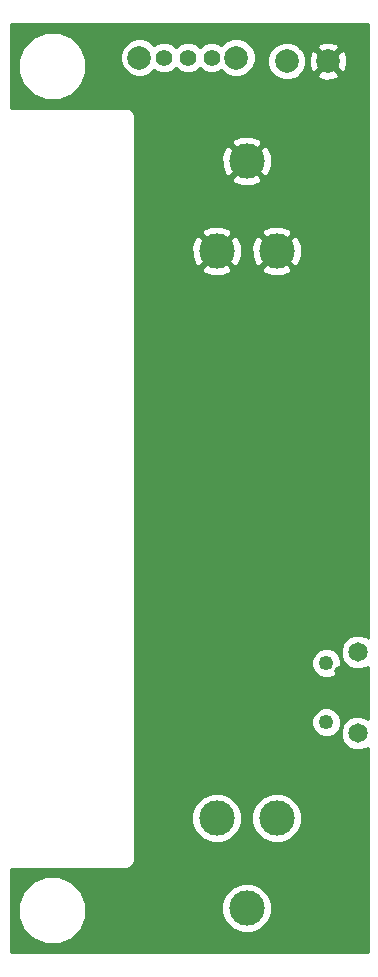
<source format=gbl>
G04 #@! TF.GenerationSoftware,KiCad,Pcbnew,(2017-01-24 revision 0b6147e)-makepkg*
G04 #@! TF.CreationDate,2017-06-20T06:20:51-07:00*
G04 #@! TF.ProjectId,SolderSniffer9000,536F6C646572536E6966666572393030,rev?*
G04 #@! TF.FileFunction,Copper,L2,Bot,Signal*
G04 #@! TF.FilePolarity,Positive*
%FSLAX46Y46*%
G04 Gerber Fmt 4.6, Leading zero omitted, Abs format (unit mm)*
G04 Created by KiCad (PCBNEW (2017-01-24 revision 0b6147e)-makepkg) date 06/20/17 06:20:51*
%MOMM*%
%LPD*%
G01*
G04 APERTURE LIST*
%ADD10C,0.100000*%
%ADD11C,3.000000*%
%ADD12C,2.000000*%
%ADD13C,1.400000*%
%ADD14C,1.650000*%
%ADD15C,1.250000*%
%ADD16C,0.800000*%
%ADD17C,0.254000*%
G04 APERTURE END LIST*
D10*
D11*
X156100000Y-110100000D03*
X151020000Y-110100000D03*
X153560000Y-117720000D03*
X156100000Y-62100000D03*
X151020000Y-62100000D03*
X153560000Y-54480000D03*
D12*
X156950000Y-46024000D03*
X160450000Y-46024000D03*
X152690000Y-45720000D03*
X144490000Y-45720000D03*
D13*
X148590000Y-45720000D03*
X150590000Y-45720000D03*
X146590000Y-45720000D03*
D14*
X162980000Y-102920000D03*
X162980000Y-96060000D03*
D15*
X160310000Y-96992060D03*
X160310000Y-101992060D03*
D16*
X152500000Y-77900000D03*
X153900000Y-77200000D03*
X160300000Y-79900000D03*
X156600000Y-77866000D03*
X155800000Y-83000000D03*
X153600000Y-83000000D03*
X149900000Y-92600000D03*
X149100000Y-98100000D03*
X148800000Y-100800000D03*
X161400000Y-97700000D03*
X156700000Y-98500000D03*
X155900000Y-103800000D03*
D17*
G36*
X163820000Y-94834912D02*
X163808103Y-94822994D01*
X163271686Y-94600254D01*
X162690862Y-94599747D01*
X162154057Y-94821551D01*
X161742994Y-95231897D01*
X161520254Y-95768314D01*
X161519747Y-96349138D01*
X161741551Y-96885943D01*
X162151897Y-97297006D01*
X162688314Y-97519746D01*
X163269138Y-97520253D01*
X163805943Y-97298449D01*
X163820000Y-97284417D01*
X163820000Y-101694912D01*
X163808103Y-101682994D01*
X163271686Y-101460254D01*
X162690862Y-101459747D01*
X162154057Y-101681551D01*
X161742994Y-102091897D01*
X161520254Y-102628314D01*
X161519747Y-103209138D01*
X161741551Y-103745943D01*
X162151897Y-104157006D01*
X162688314Y-104379746D01*
X163269138Y-104380253D01*
X163805943Y-104158449D01*
X163820000Y-104144417D01*
X163820000Y-121470000D01*
X133570000Y-121470000D01*
X133570000Y-118501344D01*
X134224501Y-118501344D01*
X134662790Y-119562086D01*
X135473645Y-120374357D01*
X136533620Y-120814498D01*
X137681344Y-120815499D01*
X138742086Y-120377210D01*
X139554357Y-119566355D01*
X139994498Y-118506380D01*
X139994815Y-118142815D01*
X151424630Y-118142815D01*
X151748980Y-118927800D01*
X152349041Y-119528909D01*
X153133459Y-119854628D01*
X153982815Y-119855370D01*
X154767800Y-119531020D01*
X155368909Y-118930959D01*
X155694628Y-118146541D01*
X155695370Y-117297185D01*
X155371020Y-116512200D01*
X154770959Y-115911091D01*
X153986541Y-115585372D01*
X153137185Y-115584630D01*
X152352200Y-115908980D01*
X151751091Y-116509041D01*
X151425372Y-117293459D01*
X151424630Y-118142815D01*
X139994815Y-118142815D01*
X139995499Y-117358656D01*
X139557210Y-116297914D01*
X138746355Y-115485643D01*
X137686380Y-115045502D01*
X136538656Y-115044501D01*
X135477914Y-115482790D01*
X134665643Y-116293645D01*
X134225502Y-117353620D01*
X134224501Y-118501344D01*
X133570000Y-118501344D01*
X133570000Y-114390000D01*
X143360000Y-114390000D01*
X143631705Y-114335954D01*
X143862046Y-114182046D01*
X144015954Y-113951705D01*
X144070000Y-113680000D01*
X144070000Y-110522815D01*
X148884630Y-110522815D01*
X149208980Y-111307800D01*
X149809041Y-111908909D01*
X150593459Y-112234628D01*
X151442815Y-112235370D01*
X152227800Y-111911020D01*
X152828909Y-111310959D01*
X153154628Y-110526541D01*
X153154631Y-110522815D01*
X153964630Y-110522815D01*
X154288980Y-111307800D01*
X154889041Y-111908909D01*
X155673459Y-112234628D01*
X156522815Y-112235370D01*
X157307800Y-111911020D01*
X157908909Y-111310959D01*
X158234628Y-110526541D01*
X158235370Y-109677185D01*
X157911020Y-108892200D01*
X157310959Y-108291091D01*
X156526541Y-107965372D01*
X155677185Y-107964630D01*
X154892200Y-108288980D01*
X154291091Y-108889041D01*
X153965372Y-109673459D01*
X153964630Y-110522815D01*
X153154631Y-110522815D01*
X153155370Y-109677185D01*
X152831020Y-108892200D01*
X152230959Y-108291091D01*
X151446541Y-107965372D01*
X150597185Y-107964630D01*
X149812200Y-108288980D01*
X149211091Y-108889041D01*
X148885372Y-109673459D01*
X148884630Y-110522815D01*
X144070000Y-110522815D01*
X144070000Y-102241590D01*
X159049782Y-102241590D01*
X159241201Y-102704860D01*
X159595335Y-103059613D01*
X160058271Y-103251841D01*
X160559530Y-103252278D01*
X161022800Y-103060859D01*
X161377553Y-102706725D01*
X161569781Y-102243789D01*
X161570218Y-101742530D01*
X161378799Y-101279260D01*
X161024665Y-100924507D01*
X160561729Y-100732279D01*
X160060470Y-100731842D01*
X159597200Y-100923261D01*
X159242447Y-101277395D01*
X159050219Y-101740331D01*
X159049782Y-102241590D01*
X144070000Y-102241590D01*
X144070000Y-97241590D01*
X159049782Y-97241590D01*
X159241201Y-97704860D01*
X159595335Y-98059613D01*
X160058271Y-98251841D01*
X160559530Y-98252278D01*
X161022800Y-98060859D01*
X161377553Y-97706725D01*
X161569781Y-97243789D01*
X161570218Y-96742530D01*
X161378799Y-96279260D01*
X161024665Y-95924507D01*
X160561729Y-95732279D01*
X160060470Y-95731842D01*
X159597200Y-95923261D01*
X159242447Y-96277395D01*
X159050219Y-96740331D01*
X159049782Y-97241590D01*
X144070000Y-97241590D01*
X144070000Y-63613970D01*
X149685635Y-63613970D01*
X149845418Y-63932739D01*
X150636187Y-64242723D01*
X151485387Y-64226497D01*
X152194582Y-63932739D01*
X152354365Y-63613970D01*
X154765635Y-63613970D01*
X154925418Y-63932739D01*
X155716187Y-64242723D01*
X156565387Y-64226497D01*
X157274582Y-63932739D01*
X157434365Y-63613970D01*
X156100000Y-62279605D01*
X154765635Y-63613970D01*
X152354365Y-63613970D01*
X151020000Y-62279605D01*
X149685635Y-63613970D01*
X144070000Y-63613970D01*
X144070000Y-61716187D01*
X148877277Y-61716187D01*
X148893503Y-62565387D01*
X149187261Y-63274582D01*
X149506030Y-63434365D01*
X150840395Y-62100000D01*
X151199605Y-62100000D01*
X152533970Y-63434365D01*
X152852739Y-63274582D01*
X153162723Y-62483813D01*
X153148056Y-61716187D01*
X153957277Y-61716187D01*
X153973503Y-62565387D01*
X154267261Y-63274582D01*
X154586030Y-63434365D01*
X155920395Y-62100000D01*
X156279605Y-62100000D01*
X157613970Y-63434365D01*
X157932739Y-63274582D01*
X158242723Y-62483813D01*
X158226497Y-61634613D01*
X157932739Y-60925418D01*
X157613970Y-60765635D01*
X156279605Y-62100000D01*
X155920395Y-62100000D01*
X154586030Y-60765635D01*
X154267261Y-60925418D01*
X153957277Y-61716187D01*
X153148056Y-61716187D01*
X153146497Y-61634613D01*
X152852739Y-60925418D01*
X152533970Y-60765635D01*
X151199605Y-62100000D01*
X150840395Y-62100000D01*
X149506030Y-60765635D01*
X149187261Y-60925418D01*
X148877277Y-61716187D01*
X144070000Y-61716187D01*
X144070000Y-60586030D01*
X149685635Y-60586030D01*
X151020000Y-61920395D01*
X152354365Y-60586030D01*
X154765635Y-60586030D01*
X156100000Y-61920395D01*
X157434365Y-60586030D01*
X157274582Y-60267261D01*
X156483813Y-59957277D01*
X155634613Y-59973503D01*
X154925418Y-60267261D01*
X154765635Y-60586030D01*
X152354365Y-60586030D01*
X152194582Y-60267261D01*
X151403813Y-59957277D01*
X150554613Y-59973503D01*
X149845418Y-60267261D01*
X149685635Y-60586030D01*
X144070000Y-60586030D01*
X144070000Y-55993970D01*
X152225635Y-55993970D01*
X152385418Y-56312739D01*
X153176187Y-56622723D01*
X154025387Y-56606497D01*
X154734582Y-56312739D01*
X154894365Y-55993970D01*
X153560000Y-54659605D01*
X152225635Y-55993970D01*
X144070000Y-55993970D01*
X144070000Y-54096187D01*
X151417277Y-54096187D01*
X151433503Y-54945387D01*
X151727261Y-55654582D01*
X152046030Y-55814365D01*
X153380395Y-54480000D01*
X153739605Y-54480000D01*
X155073970Y-55814365D01*
X155392739Y-55654582D01*
X155702723Y-54863813D01*
X155686497Y-54014613D01*
X155392739Y-53305418D01*
X155073970Y-53145635D01*
X153739605Y-54480000D01*
X153380395Y-54480000D01*
X152046030Y-53145635D01*
X151727261Y-53305418D01*
X151417277Y-54096187D01*
X144070000Y-54096187D01*
X144070000Y-52966030D01*
X152225635Y-52966030D01*
X153560000Y-54300395D01*
X154894365Y-52966030D01*
X154734582Y-52647261D01*
X153943813Y-52337277D01*
X153094613Y-52353503D01*
X152385418Y-52647261D01*
X152225635Y-52966030D01*
X144070000Y-52966030D01*
X144070000Y-50680000D01*
X144015954Y-50408295D01*
X143862046Y-50177954D01*
X143631705Y-50024046D01*
X143360000Y-49970000D01*
X133570000Y-49970000D01*
X133570000Y-47001344D01*
X134224501Y-47001344D01*
X134662790Y-48062086D01*
X135473645Y-48874357D01*
X136533620Y-49314498D01*
X137681344Y-49315499D01*
X138742086Y-48877210D01*
X139554357Y-48066355D01*
X139994498Y-47006380D01*
X139995337Y-46043795D01*
X142854716Y-46043795D01*
X143103106Y-46644943D01*
X143562637Y-47105278D01*
X144163352Y-47354716D01*
X144813795Y-47355284D01*
X145414943Y-47106894D01*
X145752132Y-46770294D01*
X145832796Y-46851098D01*
X146323287Y-47054768D01*
X146854383Y-47055231D01*
X147345229Y-46852418D01*
X147590098Y-46607976D01*
X147832796Y-46851098D01*
X148323287Y-47054768D01*
X148854383Y-47055231D01*
X149345229Y-46852418D01*
X149590098Y-46607976D01*
X149832796Y-46851098D01*
X150323287Y-47054768D01*
X150854383Y-47055231D01*
X151345229Y-46852418D01*
X151427868Y-46769923D01*
X151762637Y-47105278D01*
X152363352Y-47354716D01*
X153013795Y-47355284D01*
X153614943Y-47106894D01*
X154075278Y-46647363D01*
X154199669Y-46347795D01*
X155314716Y-46347795D01*
X155563106Y-46948943D01*
X156022637Y-47409278D01*
X156623352Y-47658716D01*
X157273795Y-47659284D01*
X157874943Y-47410894D01*
X158109715Y-47176532D01*
X159477073Y-47176532D01*
X159575736Y-47443387D01*
X160185461Y-47669908D01*
X160835460Y-47645856D01*
X161324264Y-47443387D01*
X161422927Y-47176532D01*
X160450000Y-46203605D01*
X159477073Y-47176532D01*
X158109715Y-47176532D01*
X158335278Y-46951363D01*
X158584716Y-46350648D01*
X158585232Y-45759461D01*
X158804092Y-45759461D01*
X158828144Y-46409460D01*
X159030613Y-46898264D01*
X159297468Y-46996927D01*
X160270395Y-46024000D01*
X160629605Y-46024000D01*
X161602532Y-46996927D01*
X161869387Y-46898264D01*
X162095908Y-46288539D01*
X162071856Y-45638540D01*
X161869387Y-45149736D01*
X161602532Y-45051073D01*
X160629605Y-46024000D01*
X160270395Y-46024000D01*
X159297468Y-45051073D01*
X159030613Y-45149736D01*
X158804092Y-45759461D01*
X158585232Y-45759461D01*
X158585284Y-45700205D01*
X158336894Y-45099057D01*
X158109703Y-44871468D01*
X159477073Y-44871468D01*
X160450000Y-45844395D01*
X161422927Y-44871468D01*
X161324264Y-44604613D01*
X160714539Y-44378092D01*
X160064540Y-44402144D01*
X159575736Y-44604613D01*
X159477073Y-44871468D01*
X158109703Y-44871468D01*
X157877363Y-44638722D01*
X157276648Y-44389284D01*
X156626205Y-44388716D01*
X156025057Y-44637106D01*
X155564722Y-45096637D01*
X155315284Y-45697352D01*
X155314716Y-46347795D01*
X154199669Y-46347795D01*
X154324716Y-46046648D01*
X154325284Y-45396205D01*
X154076894Y-44795057D01*
X153617363Y-44334722D01*
X153016648Y-44085284D01*
X152366205Y-44084716D01*
X151765057Y-44333106D01*
X151427868Y-44669706D01*
X151347204Y-44588902D01*
X150856713Y-44385232D01*
X150325617Y-44384769D01*
X149834771Y-44587582D01*
X149589902Y-44832024D01*
X149347204Y-44588902D01*
X148856713Y-44385232D01*
X148325617Y-44384769D01*
X147834771Y-44587582D01*
X147589902Y-44832024D01*
X147347204Y-44588902D01*
X146856713Y-44385232D01*
X146325617Y-44384769D01*
X145834771Y-44587582D01*
X145752132Y-44670077D01*
X145417363Y-44334722D01*
X144816648Y-44085284D01*
X144166205Y-44084716D01*
X143565057Y-44333106D01*
X143104722Y-44792637D01*
X142855284Y-45393352D01*
X142854716Y-46043795D01*
X139995337Y-46043795D01*
X139995499Y-45858656D01*
X139557210Y-44797914D01*
X138746355Y-43985643D01*
X137686380Y-43545502D01*
X136538656Y-43544501D01*
X135477914Y-43982790D01*
X134665643Y-44793645D01*
X134225502Y-45853620D01*
X134224501Y-47001344D01*
X133570000Y-47001344D01*
X133570000Y-42890000D01*
X163820000Y-42890000D01*
X163820000Y-94834912D01*
X163820000Y-94834912D01*
G37*
X163820000Y-94834912D02*
X163808103Y-94822994D01*
X163271686Y-94600254D01*
X162690862Y-94599747D01*
X162154057Y-94821551D01*
X161742994Y-95231897D01*
X161520254Y-95768314D01*
X161519747Y-96349138D01*
X161741551Y-96885943D01*
X162151897Y-97297006D01*
X162688314Y-97519746D01*
X163269138Y-97520253D01*
X163805943Y-97298449D01*
X163820000Y-97284417D01*
X163820000Y-101694912D01*
X163808103Y-101682994D01*
X163271686Y-101460254D01*
X162690862Y-101459747D01*
X162154057Y-101681551D01*
X161742994Y-102091897D01*
X161520254Y-102628314D01*
X161519747Y-103209138D01*
X161741551Y-103745943D01*
X162151897Y-104157006D01*
X162688314Y-104379746D01*
X163269138Y-104380253D01*
X163805943Y-104158449D01*
X163820000Y-104144417D01*
X163820000Y-121470000D01*
X133570000Y-121470000D01*
X133570000Y-118501344D01*
X134224501Y-118501344D01*
X134662790Y-119562086D01*
X135473645Y-120374357D01*
X136533620Y-120814498D01*
X137681344Y-120815499D01*
X138742086Y-120377210D01*
X139554357Y-119566355D01*
X139994498Y-118506380D01*
X139994815Y-118142815D01*
X151424630Y-118142815D01*
X151748980Y-118927800D01*
X152349041Y-119528909D01*
X153133459Y-119854628D01*
X153982815Y-119855370D01*
X154767800Y-119531020D01*
X155368909Y-118930959D01*
X155694628Y-118146541D01*
X155695370Y-117297185D01*
X155371020Y-116512200D01*
X154770959Y-115911091D01*
X153986541Y-115585372D01*
X153137185Y-115584630D01*
X152352200Y-115908980D01*
X151751091Y-116509041D01*
X151425372Y-117293459D01*
X151424630Y-118142815D01*
X139994815Y-118142815D01*
X139995499Y-117358656D01*
X139557210Y-116297914D01*
X138746355Y-115485643D01*
X137686380Y-115045502D01*
X136538656Y-115044501D01*
X135477914Y-115482790D01*
X134665643Y-116293645D01*
X134225502Y-117353620D01*
X134224501Y-118501344D01*
X133570000Y-118501344D01*
X133570000Y-114390000D01*
X143360000Y-114390000D01*
X143631705Y-114335954D01*
X143862046Y-114182046D01*
X144015954Y-113951705D01*
X144070000Y-113680000D01*
X144070000Y-110522815D01*
X148884630Y-110522815D01*
X149208980Y-111307800D01*
X149809041Y-111908909D01*
X150593459Y-112234628D01*
X151442815Y-112235370D01*
X152227800Y-111911020D01*
X152828909Y-111310959D01*
X153154628Y-110526541D01*
X153154631Y-110522815D01*
X153964630Y-110522815D01*
X154288980Y-111307800D01*
X154889041Y-111908909D01*
X155673459Y-112234628D01*
X156522815Y-112235370D01*
X157307800Y-111911020D01*
X157908909Y-111310959D01*
X158234628Y-110526541D01*
X158235370Y-109677185D01*
X157911020Y-108892200D01*
X157310959Y-108291091D01*
X156526541Y-107965372D01*
X155677185Y-107964630D01*
X154892200Y-108288980D01*
X154291091Y-108889041D01*
X153965372Y-109673459D01*
X153964630Y-110522815D01*
X153154631Y-110522815D01*
X153155370Y-109677185D01*
X152831020Y-108892200D01*
X152230959Y-108291091D01*
X151446541Y-107965372D01*
X150597185Y-107964630D01*
X149812200Y-108288980D01*
X149211091Y-108889041D01*
X148885372Y-109673459D01*
X148884630Y-110522815D01*
X144070000Y-110522815D01*
X144070000Y-102241590D01*
X159049782Y-102241590D01*
X159241201Y-102704860D01*
X159595335Y-103059613D01*
X160058271Y-103251841D01*
X160559530Y-103252278D01*
X161022800Y-103060859D01*
X161377553Y-102706725D01*
X161569781Y-102243789D01*
X161570218Y-101742530D01*
X161378799Y-101279260D01*
X161024665Y-100924507D01*
X160561729Y-100732279D01*
X160060470Y-100731842D01*
X159597200Y-100923261D01*
X159242447Y-101277395D01*
X159050219Y-101740331D01*
X159049782Y-102241590D01*
X144070000Y-102241590D01*
X144070000Y-97241590D01*
X159049782Y-97241590D01*
X159241201Y-97704860D01*
X159595335Y-98059613D01*
X160058271Y-98251841D01*
X160559530Y-98252278D01*
X161022800Y-98060859D01*
X161377553Y-97706725D01*
X161569781Y-97243789D01*
X161570218Y-96742530D01*
X161378799Y-96279260D01*
X161024665Y-95924507D01*
X160561729Y-95732279D01*
X160060470Y-95731842D01*
X159597200Y-95923261D01*
X159242447Y-96277395D01*
X159050219Y-96740331D01*
X159049782Y-97241590D01*
X144070000Y-97241590D01*
X144070000Y-63613970D01*
X149685635Y-63613970D01*
X149845418Y-63932739D01*
X150636187Y-64242723D01*
X151485387Y-64226497D01*
X152194582Y-63932739D01*
X152354365Y-63613970D01*
X154765635Y-63613970D01*
X154925418Y-63932739D01*
X155716187Y-64242723D01*
X156565387Y-64226497D01*
X157274582Y-63932739D01*
X157434365Y-63613970D01*
X156100000Y-62279605D01*
X154765635Y-63613970D01*
X152354365Y-63613970D01*
X151020000Y-62279605D01*
X149685635Y-63613970D01*
X144070000Y-63613970D01*
X144070000Y-61716187D01*
X148877277Y-61716187D01*
X148893503Y-62565387D01*
X149187261Y-63274582D01*
X149506030Y-63434365D01*
X150840395Y-62100000D01*
X151199605Y-62100000D01*
X152533970Y-63434365D01*
X152852739Y-63274582D01*
X153162723Y-62483813D01*
X153148056Y-61716187D01*
X153957277Y-61716187D01*
X153973503Y-62565387D01*
X154267261Y-63274582D01*
X154586030Y-63434365D01*
X155920395Y-62100000D01*
X156279605Y-62100000D01*
X157613970Y-63434365D01*
X157932739Y-63274582D01*
X158242723Y-62483813D01*
X158226497Y-61634613D01*
X157932739Y-60925418D01*
X157613970Y-60765635D01*
X156279605Y-62100000D01*
X155920395Y-62100000D01*
X154586030Y-60765635D01*
X154267261Y-60925418D01*
X153957277Y-61716187D01*
X153148056Y-61716187D01*
X153146497Y-61634613D01*
X152852739Y-60925418D01*
X152533970Y-60765635D01*
X151199605Y-62100000D01*
X150840395Y-62100000D01*
X149506030Y-60765635D01*
X149187261Y-60925418D01*
X148877277Y-61716187D01*
X144070000Y-61716187D01*
X144070000Y-60586030D01*
X149685635Y-60586030D01*
X151020000Y-61920395D01*
X152354365Y-60586030D01*
X154765635Y-60586030D01*
X156100000Y-61920395D01*
X157434365Y-60586030D01*
X157274582Y-60267261D01*
X156483813Y-59957277D01*
X155634613Y-59973503D01*
X154925418Y-60267261D01*
X154765635Y-60586030D01*
X152354365Y-60586030D01*
X152194582Y-60267261D01*
X151403813Y-59957277D01*
X150554613Y-59973503D01*
X149845418Y-60267261D01*
X149685635Y-60586030D01*
X144070000Y-60586030D01*
X144070000Y-55993970D01*
X152225635Y-55993970D01*
X152385418Y-56312739D01*
X153176187Y-56622723D01*
X154025387Y-56606497D01*
X154734582Y-56312739D01*
X154894365Y-55993970D01*
X153560000Y-54659605D01*
X152225635Y-55993970D01*
X144070000Y-55993970D01*
X144070000Y-54096187D01*
X151417277Y-54096187D01*
X151433503Y-54945387D01*
X151727261Y-55654582D01*
X152046030Y-55814365D01*
X153380395Y-54480000D01*
X153739605Y-54480000D01*
X155073970Y-55814365D01*
X155392739Y-55654582D01*
X155702723Y-54863813D01*
X155686497Y-54014613D01*
X155392739Y-53305418D01*
X155073970Y-53145635D01*
X153739605Y-54480000D01*
X153380395Y-54480000D01*
X152046030Y-53145635D01*
X151727261Y-53305418D01*
X151417277Y-54096187D01*
X144070000Y-54096187D01*
X144070000Y-52966030D01*
X152225635Y-52966030D01*
X153560000Y-54300395D01*
X154894365Y-52966030D01*
X154734582Y-52647261D01*
X153943813Y-52337277D01*
X153094613Y-52353503D01*
X152385418Y-52647261D01*
X152225635Y-52966030D01*
X144070000Y-52966030D01*
X144070000Y-50680000D01*
X144015954Y-50408295D01*
X143862046Y-50177954D01*
X143631705Y-50024046D01*
X143360000Y-49970000D01*
X133570000Y-49970000D01*
X133570000Y-47001344D01*
X134224501Y-47001344D01*
X134662790Y-48062086D01*
X135473645Y-48874357D01*
X136533620Y-49314498D01*
X137681344Y-49315499D01*
X138742086Y-48877210D01*
X139554357Y-48066355D01*
X139994498Y-47006380D01*
X139995337Y-46043795D01*
X142854716Y-46043795D01*
X143103106Y-46644943D01*
X143562637Y-47105278D01*
X144163352Y-47354716D01*
X144813795Y-47355284D01*
X145414943Y-47106894D01*
X145752132Y-46770294D01*
X145832796Y-46851098D01*
X146323287Y-47054768D01*
X146854383Y-47055231D01*
X147345229Y-46852418D01*
X147590098Y-46607976D01*
X147832796Y-46851098D01*
X148323287Y-47054768D01*
X148854383Y-47055231D01*
X149345229Y-46852418D01*
X149590098Y-46607976D01*
X149832796Y-46851098D01*
X150323287Y-47054768D01*
X150854383Y-47055231D01*
X151345229Y-46852418D01*
X151427868Y-46769923D01*
X151762637Y-47105278D01*
X152363352Y-47354716D01*
X153013795Y-47355284D01*
X153614943Y-47106894D01*
X154075278Y-46647363D01*
X154199669Y-46347795D01*
X155314716Y-46347795D01*
X155563106Y-46948943D01*
X156022637Y-47409278D01*
X156623352Y-47658716D01*
X157273795Y-47659284D01*
X157874943Y-47410894D01*
X158109715Y-47176532D01*
X159477073Y-47176532D01*
X159575736Y-47443387D01*
X160185461Y-47669908D01*
X160835460Y-47645856D01*
X161324264Y-47443387D01*
X161422927Y-47176532D01*
X160450000Y-46203605D01*
X159477073Y-47176532D01*
X158109715Y-47176532D01*
X158335278Y-46951363D01*
X158584716Y-46350648D01*
X158585232Y-45759461D01*
X158804092Y-45759461D01*
X158828144Y-46409460D01*
X159030613Y-46898264D01*
X159297468Y-46996927D01*
X160270395Y-46024000D01*
X160629605Y-46024000D01*
X161602532Y-46996927D01*
X161869387Y-46898264D01*
X162095908Y-46288539D01*
X162071856Y-45638540D01*
X161869387Y-45149736D01*
X161602532Y-45051073D01*
X160629605Y-46024000D01*
X160270395Y-46024000D01*
X159297468Y-45051073D01*
X159030613Y-45149736D01*
X158804092Y-45759461D01*
X158585232Y-45759461D01*
X158585284Y-45700205D01*
X158336894Y-45099057D01*
X158109703Y-44871468D01*
X159477073Y-44871468D01*
X160450000Y-45844395D01*
X161422927Y-44871468D01*
X161324264Y-44604613D01*
X160714539Y-44378092D01*
X160064540Y-44402144D01*
X159575736Y-44604613D01*
X159477073Y-44871468D01*
X158109703Y-44871468D01*
X157877363Y-44638722D01*
X157276648Y-44389284D01*
X156626205Y-44388716D01*
X156025057Y-44637106D01*
X155564722Y-45096637D01*
X155315284Y-45697352D01*
X155314716Y-46347795D01*
X154199669Y-46347795D01*
X154324716Y-46046648D01*
X154325284Y-45396205D01*
X154076894Y-44795057D01*
X153617363Y-44334722D01*
X153016648Y-44085284D01*
X152366205Y-44084716D01*
X151765057Y-44333106D01*
X151427868Y-44669706D01*
X151347204Y-44588902D01*
X150856713Y-44385232D01*
X150325617Y-44384769D01*
X149834771Y-44587582D01*
X149589902Y-44832024D01*
X149347204Y-44588902D01*
X148856713Y-44385232D01*
X148325617Y-44384769D01*
X147834771Y-44587582D01*
X147589902Y-44832024D01*
X147347204Y-44588902D01*
X146856713Y-44385232D01*
X146325617Y-44384769D01*
X145834771Y-44587582D01*
X145752132Y-44670077D01*
X145417363Y-44334722D01*
X144816648Y-44085284D01*
X144166205Y-44084716D01*
X143565057Y-44333106D01*
X143104722Y-44792637D01*
X142855284Y-45393352D01*
X142854716Y-46043795D01*
X139995337Y-46043795D01*
X139995499Y-45858656D01*
X139557210Y-44797914D01*
X138746355Y-43985643D01*
X137686380Y-43545502D01*
X136538656Y-43544501D01*
X135477914Y-43982790D01*
X134665643Y-44793645D01*
X134225502Y-45853620D01*
X134224501Y-47001344D01*
X133570000Y-47001344D01*
X133570000Y-42890000D01*
X163820000Y-42890000D01*
X163820000Y-94834912D01*
M02*

</source>
